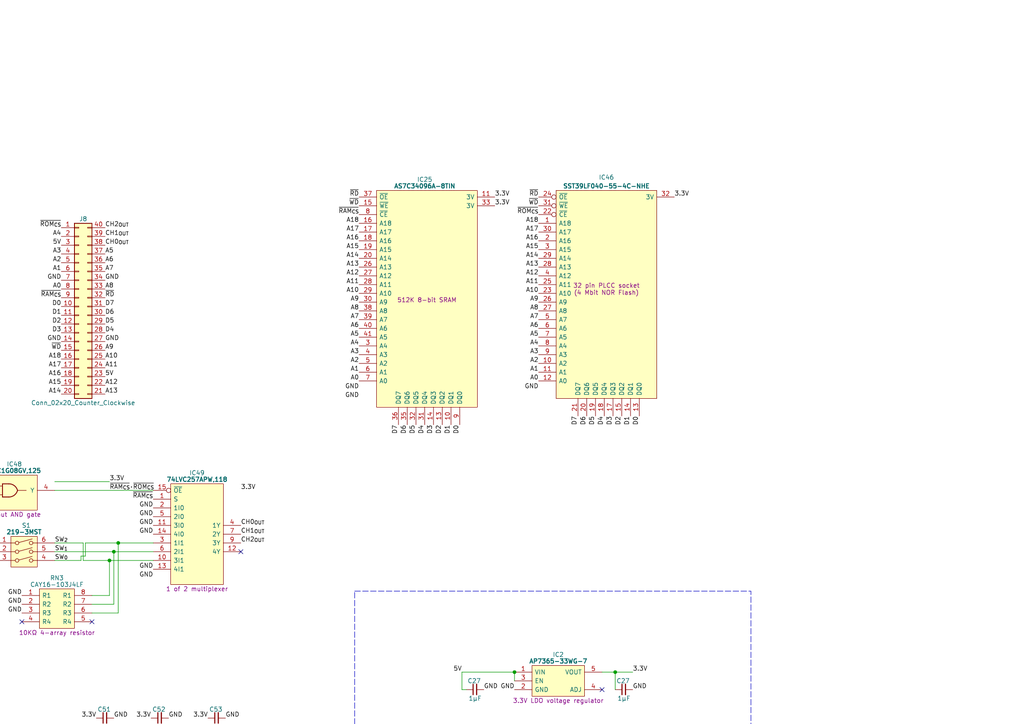
<source format=kicad_sch>
(kicad_sch (version 20230121) (generator eeschema)
  (paper "A4")
  (lib_symbols
    (symbol "Alliance:AS7C34096A-8TIN" (pin_names (offset 0.762))
      (property "Reference" "IC" (at 19.05 5.08 0))
      (property "Value" "AS7C34096A-8TIN" (at 19.05 3.175 0))
      (property "Description" "512K 8-bit SRAM" (at 19.685 -29.845 0))
      (symbol "AS7C34096A-8TIN_0_0"
        (pin no_connect line (at 39.37 -20.32 180) (length 5.08) hide (name "N.C.") (number "1"))
        (pin bidirectional line (at 26.67 -66.04 90) (length 5.08) (name "DQ1") (number "10"))
        (pin passive line (at 0 -55.88 0) (length 5.08) hide (name "GND") (number "12"))
        (pin bidirectional line (at 24.13 -66.04 90) (length 5.08) (name "DQ2") (number "13"))
        (pin bidirectional line (at 21.59 -66.04 90) (length 5.08) (name "DQ3") (number "14"))
        (pin input line (at 0 -2.54 0) (length 5.08) (name "~{WE}") (number "15"))
        (pin input line (at 0 -7.62 0) (length 5.08) (name "A18") (number "16"))
        (pin input line (at 0 -10.16 0) (length 5.08) (name "A17") (number "17"))
        (pin input line (at 0 -12.7 0) (length 5.08) (name "A16") (number "18"))
        (pin input line (at 0 -15.24 0) (length 5.08) (name "A15") (number "19"))
        (pin no_connect line (at 39.37 -22.86 180) (length 5.08) hide (name "N.C.") (number "2"))
        (pin input line (at 0 -17.78 0) (length 5.08) (name "A14") (number "20"))
        (pin no_connect line (at 39.37 -25.4 180) (length 5.08) hide (name "N.C.") (number "21"))
        (pin no_connect line (at 39.37 -27.94 180) (length 5.08) hide (name "N.C.") (number "22"))
        (pin no_connect line (at 39.37 -30.48 180) (length 5.08) hide (name "N.C.") (number "23"))
        (pin no_connect line (at 39.37 -33.02 180) (length 5.08) hide (name "N.C.") (number "24"))
        (pin no_connect line (at 39.37 -35.56 180) (length 5.08) hide (name "N.C.") (number "25"))
        (pin input line (at 0 -20.32 0) (length 5.08) (name "A13") (number "26"))
        (pin input line (at 0 -22.86 0) (length 5.08) (name "A12") (number "27"))
        (pin input line (at 0 -25.4 0) (length 5.08) (name "A11") (number "28"))
        (pin input line (at 0 -27.94 0) (length 5.08) (name "A10") (number "29"))
        (pin input line (at 0 -43.18 0) (length 5.08) (name "A4") (number "3"))
        (pin input line (at 0 -30.48 0) (length 5.08) (name "A9") (number "30"))
        (pin bidirectional line (at 19.05 -66.04 90) (length 5.08) (name "DQ4") (number "31"))
        (pin bidirectional line (at 16.51 -66.04 90) (length 5.08) (name "DQ5") (number "32"))
        (pin passive line (at 0 -58.42 0) (length 5.08) hide (name "GND") (number "34"))
        (pin bidirectional line (at 13.97 -66.04 90) (length 5.08) (name "DQ6") (number "35"))
        (pin bidirectional line (at 11.43 -66.04 90) (length 5.08) (name "DQ7") (number "36"))
        (pin input line (at 0 0 0) (length 5.08) (name "~{OE}") (number "37"))
        (pin input line (at 0 -33.02 0) (length 5.08) (name "A8") (number "38"))
        (pin input line (at 0 -35.56 0) (length 5.08) (name "A7") (number "39"))
        (pin input line (at 0 -45.72 0) (length 5.08) (name "A3") (number "4"))
        (pin input line (at 0 -38.1 0) (length 5.08) (name "A6") (number "40"))
        (pin input line (at 0 -40.64 0) (length 5.08) (name "A5") (number "41"))
        (pin no_connect line (at 39.37 -38.1 180) (length 5.08) hide (name "N.C.") (number "42"))
        (pin no_connect line (at 39.37 -40.64 180) (length 5.08) hide (name "N.C.") (number "43"))
        (pin no_connect line (at 39.37 -43.18 180) (length 5.08) hide (name "N.C.") (number "44"))
        (pin input line (at 0 -48.26 0) (length 5.08) (name "A2") (number "5"))
        (pin input line (at 0 -50.8 0) (length 5.08) (name "A1") (number "6"))
        (pin input line (at 0 -53.34 0) (length 5.08) (name "A0") (number "7"))
        (pin input line (at 0 -5.08 0) (length 5.08) (name "~{CE}") (number "8"))
        (pin bidirectional line (at 29.21 -66.04 90) (length 5.08) (name "DQ0") (number "9"))
      )
      (symbol "AS7C34096A-8TIN_0_1"
        (polyline (pts (xy 5.08 1.905) (xy 34.29 1.905) (xy 34.29 -60.96) (xy 5.08 -60.96) (xy 5.08 1.905)) (stroke (width 0.1524)) (fill (type background)))
      )
      (symbol "AS7C34096A-8TIN_1_1"
        (pin passive line (at 39.37 0 180) (length 5.08) (name "3V") (number "11"))
        (pin passive line (at 39.37 -2.54 180) (length 5.08) (name "3V") (number "33"))
      )
    )
    (symbol "Bourns:CAY16-103J4LF" (pin_names (offset 0.762))
      (property "Reference" "RN" (at 10.16 5.08 0))
      (property "Value" "CAY16-103J4LF" (at 10.16 3.175 0))
      (property "Description" "10KΩ 4-array resistor" (at 10.16 -10.795 0))
      (symbol "CAY16-103J4LF_0_0"
        (pin passive line (at 0 0 0) (length 5.08) (name "R1") (number "1"))
        (pin passive line (at 0 -2.54 0) (length 5.08) (name "R2") (number "2"))
        (pin passive line (at 0 -5.08 0) (length 5.08) (name "R3") (number "3"))
        (pin passive line (at 0 -7.62 0) (length 5.08) (name "R4") (number "4"))
        (pin passive line (at 20.32 -7.62 180) (length 5.08) (name "R4") (number "5"))
        (pin passive line (at 20.32 -5.08 180) (length 5.08) (name "R3") (number "6"))
        (pin passive line (at 20.32 -2.54 180) (length 5.08) (name "R2") (number "7"))
        (pin passive line (at 20.32 0 180) (length 5.08) (name "R1") (number "8"))
      )
      (symbol "CAY16-103J4LF_0_1"
        (polyline (pts (xy 5.08 1.905) (xy 15.24 1.905) (xy 15.24 -9.525) (xy 5.08 -9.525) (xy 5.08 1.905)) (stroke (width 0.1524)) (fill (type background)))
      )
    )
    (symbol "CTS:219-3MST" (pin_names (offset 0.762))
      (property "Reference" "S" (at 9.525 5.08 0))
      (property "Value" "219-3MST" (at 8.89 3.175 0))
      (symbol "219-3MST_0_0"
        (polyline (pts (xy 7.366 -4.953) (xy 11.2522 -3.9116)))
        (polyline (pts (xy 7.366 -2.413) (xy 11.2522 -1.3716)))
        (polyline (pts (xy 7.366 0.127) (xy 11.2522 1.1684)))
        (circle (center 6.858 -5.08) (radius 0.508))
        (circle (center 6.858 -2.54) (radius 0.508))
        (circle (center 6.858 0) (radius 0.508))
        (circle (center 10.922 -5.08) (radius 0.508))
        (circle (center 10.922 -2.54) (radius 0.508))
        (circle (center 10.922 0) (radius 0.508))
      )
      (symbol "219-3MST_1_0"
        (pin passive line (at 0 0 0) (length 6.35) (name "") (number "1"))
        (pin passive line (at 0 -2.54 0) (length 6.35) (name "") (number "2"))
        (pin passive line (at 0 -5.08 0) (length 6.35) (name "") (number "3"))
        (pin passive line (at 17.78 -5.08 180) (length 6.35) (name "") (number "4"))
        (pin passive line (at 17.78 -2.54 180) (length 6.35) (name "") (number "5"))
        (pin passive line (at 17.78 0 180) (length 6.35) (name "") (number "6"))
      )
      (symbol "219-3MST_1_1"
        (rectangle (start 5.08 1.905) (end 12.7 -6.985) (fill (type background)))
      )
    )
    (symbol "Connector_Generic:Conn_02x20_Counter_Clockwise" (pin_names (offset 1.016) hide)
      (property "Reference" "J" (at 1.27 25.4 0))
      (property "Value" "Conn_02x20_Counter_Clockwise" (at 1.27 -27.94 0))
      (symbol "Conn_02x20_Counter_Clockwise_1_1"
        (rectangle (start -1.27 -25.273) (end 0 -25.527) (stroke (width 0.1524)))
        (rectangle (start -1.27 -22.733) (end 0 -22.987) (stroke (width 0.1524)))
        (rectangle (start -1.27 -20.193) (end 0 -20.447) (stroke (width 0.1524)))
        (rectangle (start -1.27 -17.653) (end 0 -17.907) (stroke (width 0.1524)))
        (rectangle (start -1.27 -15.113) (end 0 -15.367) (stroke (width 0.1524)))
        (rectangle (start -1.27 -12.573) (end 0 -12.827) (stroke (width 0.1524)))
        (rectangle (start -1.27 -10.033) (end 0 -10.287) (stroke (width 0.1524)))
        (rectangle (start -1.27 -7.493) (end 0 -7.747) (stroke (width 0.1524)))
        (rectangle (start -1.27 -4.953) (end 0 -5.207) (stroke (width 0.1524)))
        (rectangle (start -1.27 -2.413) (end 0 -2.667) (stroke (width 0.1524)))
        (rectangle (start -1.27 0.127) (end 0 -0.127) (stroke (width 0.1524)))
        (rectangle (start -1.27 2.667) (end 0 2.413) (stroke (width 0.1524)))
        (rectangle (start -1.27 5.207) (end 0 4.953) (stroke (width 0.1524)))
        (rectangle (start -1.27 7.747) (end 0 7.493) (stroke (width 0.1524)))
        (rectangle (start -1.27 10.287) (end 0 10.033) (stroke (width 0.1524)))
        (rectangle (start -1.27 12.827) (end 0 12.573) (stroke (width 0.1524)))
        (rectangle (start -1.27 15.367) (end 0 15.113) (stroke (width 0.1524)))
        (rectangle (start -1.27 17.907) (end 0 17.653) (stroke (width 0.1524)))
        (rectangle (start -1.27 20.447) (end 0 20.193) (stroke (width 0.1524)))
        (rectangle (start -1.27 22.987) (end 0 22.733) (stroke (width 0.1524)))
        (rectangle (start -1.27 24.13) (end 3.81 -26.67) (stroke (width 0.254)) (fill (type background)))
        (rectangle (start 3.81 -25.273) (end 2.54 -25.527) (stroke (width 0.1524)))
        (rectangle (start 3.81 -22.733) (end 2.54 -22.987) (stroke (width 0.1524)))
        (rectangle (start 3.81 -20.193) (end 2.54 -20.447) (stroke (width 0.1524)))
        (rectangle (start 3.81 -17.653) (end 2.54 -17.907) (stroke (width 0.1524)))
        (rectangle (start 3.81 -15.113) (end 2.54 -15.367) (stroke (width 0.1524)))
        (rectangle (start 3.81 -12.573) (end 2.54 -12.827) (stroke (width 0.1524)))
        (rectangle (start 3.81 -10.033) (end 2.54 -10.287) (stroke (width 0.1524)))
        (rectangle (start 3.81 -7.493) (end 2.54 -7.747) (stroke (width 0.1524)))
        (rectangle (start 3.81 -4.953) (end 2.54 -5.207) (stroke (width 0.1524)))
        (rectangle (start 3.81 -2.413) (end 2.54 -2.667) (stroke (width 0.1524)))
        (rectangle (start 3.81 0.127) (end 2.54 -0.127) (stroke (width 0.1524)))
        (rectangle (start 3.81 2.667) (end 2.54 2.413) (stroke (width 0.1524)))
        (rectangle (start 3.81 5.207) (end 2.54 4.953) (stroke (width 0.1524)))
        (rectangle (start 3.81 7.747) (end 2.54 7.493) (stroke (width 0.1524)))
        (rectangle (start 3.81 10.287) (end 2.54 10.033) (stroke (width 0.1524)))
        (rectangle (start 3.81 12.827) (end 2.54 12.573) (stroke (width 0.1524)))
        (rectangle (start 3.81 15.367) (end 2.54 15.113) (stroke (width 0.1524)))
        (rectangle (start 3.81 17.907) (end 2.54 17.653) (stroke (width 0.1524)))
        (rectangle (start 3.81 20.447) (end 2.54 20.193) (stroke (width 0.1524)))
        (rectangle (start 3.81 22.987) (end 2.54 22.733) (stroke (width 0.1524)))
        (pin passive line (at -5.08 22.86 0) (length 3.81) (name "Pin_1") (number "1"))
        (pin passive line (at -5.08 0 0) (length 3.81) (name "Pin_10") (number "10"))
        (pin passive line (at -5.08 -2.54 0) (length 3.81) (name "Pin_11") (number "11"))
        (pin passive line (at -5.08 -5.08 0) (length 3.81) (name "Pin_12") (number "12"))
        (pin passive line (at -5.08 -7.62 0) (length 3.81) (name "Pin_13") (number "13"))
        (pin passive line (at -5.08 -10.16 0) (length 3.81) (name "Pin_14") (number "14"))
        (pin passive line (at -5.08 -12.7 0) (length 3.81) (name "Pin_15") (number "15"))
        (pin passive line (at -5.08 -15.24 0) (length 3.81) (name "Pin_16") (number "16"))
        (pin passive line (at -5.08 -17.78 0) (length 3.81) (name "Pin_17") (number "17"))
        (pin passive line (at -5.08 -20.32 0) (length 3.81) (name "Pin_18") (number "18"))
        (pin passive line (at -5.08 -22.86 0) (length 3.81) (name "Pin_19") (number "19"))
        (pin passive line (at -5.08 20.32 0) (length 3.81) (name "Pin_2") (number "2"))
        (pin passive line (at -5.08 -25.4 0) (length 3.81) (name "Pin_20") (number "20"))
        (pin passive line (at 7.62 -25.4 180) (length 3.81) (name "Pin_21") (number "21"))
        (pin passive line (at 7.62 -22.86 180) (length 3.81) (name "Pin_22") (number "22"))
        (pin passive line (at 7.62 -20.32 180) (length 3.81) (name "Pin_23") (number "23"))
        (pin passive line (at 7.62 -17.78 180) (length 3.81) (name "Pin_24") (number "24"))
        (pin passive line (at 7.62 -15.24 180) (length 3.81) (name "Pin_25") (number "25"))
        (pin passive line (at 7.62 -12.7 180) (length 3.81) (name "Pin_26") (number "26"))
        (pin passive line (at 7.62 -10.16 180) (length 3.81) (name "Pin_27") (number "27"))
        (pin passive line (at 7.62 -7.62 180) (length 3.81) (name "Pin_28") (number "28"))
        (pin passive line (at 7.62 -5.08 180) (length 3.81) (name "Pin_29") (number "29"))
        (pin passive line (at -5.08 17.78 0) (length 3.81) (name "Pin_3") (number "3"))
        (pin passive line (at 7.62 -2.54 180) (length 3.81) (name "Pin_30") (number "30"))
        (pin passive line (at 7.62 0 180) (length 3.81) (name "Pin_31") (number "31"))
        (pin passive line (at 7.62 2.54 180) (length 3.81) (name "Pin_32") (number "32"))
        (pin passive line (at 7.62 5.08 180) (length 3.81) (name "Pin_33") (number "33"))
        (pin passive line (at 7.62 7.62 180) (length 3.81) (name "Pin_34") (number "34"))
        (pin passive line (at 7.62 10.16 180) (length 3.81) (name "Pin_35") (number "35"))
        (pin passive line (at 7.62 12.7 180) (length 3.81) (name "Pin_36") (number "36"))
        (pin passive line (at 7.62 15.24 180) (length 3.81) (name "Pin_37") (number "37"))
        (pin passive line (at 7.62 17.78 180) (length 3.81) (name "Pin_38") (number "38"))
        (pin passive line (at 7.62 20.32 180) (length 3.81) (name "Pin_39") (number "39"))
        (pin passive line (at -5.08 15.24 0) (length 3.81) (name "Pin_4") (number "4"))
        (pin passive line (at 7.62 22.86 180) (length 3.81) (name "Pin_40") (number "40"))
        (pin passive line (at -5.08 12.7 0) (length 3.81) (name "Pin_5") (number "5"))
        (pin passive line (at -5.08 10.16 0) (length 3.81) (name "Pin_6") (number "6"))
        (pin passive line (at -5.08 7.62 0) (length 3.81) (name "Pin_7") (number "7"))
        (pin passive line (at -5.08 5.08 0) (length 3.81) (name "Pin_8") (number "8"))
        (pin passive line (at -5.08 2.54 0) (length 3.81) (name "Pin_9") (number "9"))
      )
    )
    (symbol "Diodes_Inc:AP7365-33WG-7" (pin_names (offset 0.762))
      (property "Reference" "IC" (at 12.7 5.08 0))
      (property "Value" "AP7365-33WG-7" (at 12.7 3.175 0))
      (property "Description" "3.3V LDO voltage regulator" (at 12.7 -8.255 0))
      (symbol "AP7365-33WG-7_0_0"
        (pin passive line (at 0 0 0) (length 5.08) (name "VIN") (number "1"))
        (pin passive line (at 0 -5.08 0) (length 5.08) (name "GND") (number "2"))
        (pin input line (at 0 -2.54 0) (length 5.08) (name "EN") (number "3"))
        (pin passive line (at 25.4 -5.08 180) (length 5.08) (name "ADJ") (number "4"))
        (pin passive line (at 25.4 0 180) (length 5.08) (name "VOUT") (number "5"))
      )
      (symbol "AP7365-33WG-7_0_1"
        (polyline (pts (xy 5.08 1.905) (xy 20.32 1.905) (xy 20.32 -6.985) (xy 5.08 -6.985) (xy 5.08 1.905)) (fill (type background)))
      )
    )
    (symbol "HCP65:C_0805" (pin_numbers hide) (pin_names (offset 0.254) hide)
      (property "Reference" "C" (at 2.286 2.54 0))
      (property "Value" "?μF" (at 2.54 -2.54 0))
      (symbol "C_0805_0_1"
        (polyline (pts (xy 1.9685 -1.4605) (xy 1.9685 1.5875)) (stroke (width 0.3048)))
        (polyline (pts (xy 2.9845 -1.4605) (xy 2.9845 1.5875)) (stroke (width 0.3302)))
      )
      (symbol "C_0805_1_1"
        (pin passive line (at 0 0 0) (length 2.032) (name "~") (number "1"))
        (pin passive line (at 5.08 0 180) (length 2.032) (name "~") (number "2"))
      )
    )
    (symbol "Microchip:SST39LF040-55-4C-NHE" (pin_names (offset 0.762))
      (property "Reference" "IC" (at 19.685 5.715 0))
      (property "Value" "SST39LF040-55-4C-NHE" (at 19.685 3.175 0))
      (property "Description" "32 pin PLCC socket\n(4 Mbit NOR Flash)" (at 19.685 -26.67 0))
      (symbol "SST39LF040-55-4C-NHE_0_1"
        (polyline (pts (xy 5.08 1.905) (xy 34.29 1.905) (xy 34.29 -58.42) (xy 5.08 -58.42) (xy 5.08 1.905)) (stroke (width 0.1524)) (fill (type background)))
      )
      (symbol "SST39LF040-55-4C-NHE_1_0"
        (pin passive line (at 0 -55.88 0) (length 5.08) hide (name "GND") (number "16"))
      )
      (symbol "SST39LF040-55-4C-NHE_1_1"
        (pin input line (at 0 -7.62 0) (length 5.08) (name "A18") (number "1"))
        (pin input line (at 0 -48.26 0) (length 5.08) (name "A2") (number "10"))
        (pin input line (at 0 -50.8 0) (length 5.08) (name "A1") (number "11"))
        (pin input line (at 0 -53.34 0) (length 5.08) (name "A0") (number "12"))
        (pin tri_state line (at 29.21 -63.5 90) (length 5.08) (name "DQ0") (number "13"))
        (pin tri_state line (at 26.67 -63.5 90) (length 5.08) (name "DQ1") (number "14"))
        (pin tri_state line (at 24.13 -63.5 90) (length 5.08) (name "DQ2") (number "15"))
        (pin tri_state line (at 21.59 -63.5 90) (length 5.08) (name "DQ3") (number "17"))
        (pin tri_state line (at 19.05 -63.5 90) (length 5.08) (name "DQ4") (number "18"))
        (pin tri_state line (at 16.51 -63.5 90) (length 5.08) (name "DQ5") (number "19"))
        (pin input line (at 0 -12.7 0) (length 5.08) (name "A16") (number "2"))
        (pin tri_state line (at 13.97 -63.5 90) (length 5.08) (name "DQ6") (number "20"))
        (pin tri_state line (at 11.43 -63.5 90) (length 5.08) (name "DQ7") (number "21"))
        (pin input inverted (at 0 -5.08 0) (length 5.08) (name "~{CE}") (number "22"))
        (pin input line (at 0 -27.94 0) (length 5.08) (name "A10") (number "23"))
        (pin input inverted (at 0 0 0) (length 5.08) (name "~{OE}") (number "24"))
        (pin input line (at 0 -25.4 0) (length 5.08) (name "A11") (number "25"))
        (pin input line (at 0 -30.48 0) (length 5.08) (name "A9") (number "26"))
        (pin input line (at 0 -33.02 0) (length 5.08) (name "A8") (number "27"))
        (pin input line (at 0 -20.32 0) (length 5.08) (name "A13") (number "28"))
        (pin input line (at 0 -17.78 0) (length 5.08) (name "A14") (number "29"))
        (pin input line (at 0 -15.24 0) (length 5.08) (name "A15") (number "3"))
        (pin input line (at 0 -10.16 0) (length 5.08) (name "A17") (number "30"))
        (pin input inverted (at 0 -2.54 0) (length 5.08) (name "~{WE}") (number "31"))
        (pin passive line (at 39.37 0 180) (length 5.08) (name "3V") (number "32"))
        (pin input line (at 0 -22.86 0) (length 5.08) (name "A12") (number "4"))
        (pin input line (at 0 -35.56 0) (length 5.08) (name "A7") (number "5"))
        (pin input line (at 0 -38.1 0) (length 5.08) (name "A6") (number "6"))
        (pin input line (at 0 -40.64 0) (length 5.08) (name "A5") (number "7"))
        (pin input line (at 0 -43.18 0) (length 5.08) (name "A4") (number "8"))
        (pin input line (at 0 -45.72 0) (length 5.08) (name "A3") (number "9"))
      )
    )
    (symbol "Nexperia:74LVC1G08GV,125" (pin_names (offset 0.762))
      (property "Reference" "IC" (at 11.43 5.715 0))
      (property "Value" "74LVC1G08GV,125" (at 12.7 3.81 0))
      (property "Description" "2-input AND gate" (at 12.7 -8.89 0))
      (symbol "74LVC1G08GV,125_0_0"
        (pin input line (at 0 -3.175 0) (length 5.08) (name "B") (number "1"))
        (pin input line (at 0 -0.635 0) (length 5.08) (name "A") (number "2"))
        (pin passive line (at 0 -5.715 0) (length 5.08) hide (name "GND") (number "3"))
        (pin output line (at 25.4 -1.905 180) (length 5.08) (name "Y") (number "4"))
        (pin passive line (at 25.4 0.635 180) (length 5.08) hide (name "3V") (number "5"))
      )
      (symbol "74LVC1G08GV,125_0_1"
        (polyline (pts (xy 8.89 -3.175) (xy 10.1599 -3.175)))
        (polyline (pts (xy 8.89 -0.635) (xy 10.1599 -0.635)))
        (polyline (pts (xy 10.248 0) (xy 10.248 -3.81)) (stroke (width 0.254)) (fill (type background)))
        (polyline (pts (xy 12.065 -3.81) (xy 10.248 -3.81)) (stroke (width 0.254)) (fill (type background)))
        (polyline (pts (xy 12.065 0) (xy 10.248 0)) (stroke (width 0.254)) (fill (type background)))
        (polyline (pts (xy 14.605 -1.905) (xy 17.145 -1.905)))
        (polyline (pts (xy 5.08 2.54) (xy 20.32 2.54) (xy 20.32 -7.62) (xy 5.08 -7.62) (xy 5.08 2.54)) (stroke (width 0.1524)) (fill (type background)))
        (arc (start 12.065 -3.81) (mid 13.6634 -3.2954) (end 14.605 -1.905) (stroke (width 0.254)))
        (arc (start 14.605 -1.905) (mid 13.6641 -0.5137) (end 12.065 0) (stroke (width 0.254)))
      )
    )
    (symbol "Nexperia:74LVC257APW,118" (pin_names (offset 0.762))
      (property "Reference" "IC" (at 12.7 5.08 0))
      (property "Value" "74LVC257APW,118" (at 12.7 3.175 0))
      (property "Description" "1 of 2 multiplexer" (at 12.7 -28.575 0))
      (symbol "74LVC257APW,118_0_0"
        (pin input line (at 0 -2.54 0) (length 5.08) (name "S") (number "1"))
        (pin input line (at 0 -20.32 0) (length 5.08) (name "3I1") (number "10"))
        (pin input line (at 0 -10.16 0) (length 5.08) (name "3I0") (number "11"))
        (pin output line (at 25.4 -17.78 180) (length 5.08) (name "4Y") (number "12"))
        (pin input line (at 0 -22.86 0) (length 5.08) (name "4I1") (number "13"))
        (pin input line (at 0 -12.7 0) (length 5.08) (name "4I0") (number "14"))
        (pin passive line (at 25.4 0 180) (length 5.08) hide (name "3V") (number "16"))
        (pin input line (at 0 -5.08 0) (length 5.08) (name "1I0") (number "2"))
        (pin input line (at 0 -15.24 0) (length 5.08) (name "1I1") (number "3"))
        (pin output line (at 25.4 -10.16 180) (length 5.08) (name "1Y") (number "4"))
        (pin input line (at 0 -7.62 0) (length 5.08) (name "2I0") (number "5"))
        (pin input line (at 0 -17.78 0) (length 5.08) (name "2I1") (number "6"))
        (pin output line (at 25.4 -12.7 180) (length 5.08) (name "2Y") (number "7"))
        (pin passive line (at 0 -25.4 0) (length 5.08) hide (name "GND") (number "8"))
        (pin output line (at 25.4 -15.24 180) (length 5.08) (name "3Y") (number "9"))
      )
      (symbol "74LVC257APW,118_0_1"
        (polyline (pts (xy 5.08 1.905) (xy 20.32 1.905) (xy 20.32 -27.305) (xy 5.08 -27.305) (xy 5.08 1.905)) (stroke (width 0.1524)) (fill (type background)))
      )
      (symbol "74LVC257APW,118_1_0"
        (pin input inverted (at 0 0 0) (length 5.08) (name "~{OE}") (number "15"))
      )
    )
  )
  (junction (at 149.225 194.945))
  (junction (at 34.29 157.48))
  (junction (at 33.02 160.02))
  (junction (at 178.435 194.945))
  (junction (at 31.75 162.56))
  (no_connect (at 26.67 180.34))
  (no_connect (at 6.35 180.34))
  (no_connect (at 69.85 160.02))
  (no_connect (at 174.625 200.025))
  (wire (pts (xy 24.13 162.56) (xy 24.13 157.48)))
  (wire (pts (xy 133.985 194.945) (xy 149.225 194.945)))
  (wire (pts (xy 15.875 139.7) (xy 31.75 139.7)))
  (wire (pts (xy 24.765 161.29) (xy 23.495 161.29)))
  (wire (pts (xy 34.29 157.48) (xy 44.45 157.48)))
  (wire (pts (xy 15.875 142.24) (xy 44.45 142.24)))
  (wire (pts (xy 24.13 157.48) (xy 15.875 157.48)))
  (wire (pts (xy 31.75 162.56) (xy 44.45 162.56)))
  (wire (pts (xy 31.75 162.56) (xy 24.13 162.56)))
  (wire (pts (xy 33.02 160.02) (xy 33.02 175.26)))
  (wire (pts (xy 15.875 160.02) (xy 33.02 160.02)))
  (wire (pts (xy 34.29 157.48) (xy 34.29 177.8)))
  (wire (pts (xy 149.225 194.945) (xy 149.225 197.485)))
  (wire (pts (xy 31.75 162.56) (xy 31.75 172.72)))
  (wire (pts (xy 178.435 194.945) (xy 183.515 194.945)))
  (wire (pts (xy 133.985 194.945) (xy 133.985 200.025)))
  (wire (pts (xy 178.435 200.025) (xy 178.435 194.945)))
  (wire (pts (xy 174.625 194.945) (xy 178.435 194.945)))
  (wire (pts (xy 23.495 161.29) (xy 23.495 162.56)))
  (wire (pts (xy 26.67 175.26) (xy 33.02 175.26)))
  (wire (pts (xy 23.495 162.56) (xy 15.875 162.56)))
  (wire (pts (xy 133.985 200.025) (xy 135.255 200.025)))
  (wire (pts (xy 26.67 177.8) (xy 34.29 177.8)))
  (wire (pts (xy 24.765 157.48) (xy 24.765 161.29)))
  (wire (pts (xy 26.67 172.72) (xy 31.75 172.72)))
  (wire (pts (xy 34.29 157.48) (xy 24.765 157.48)))
  (wire (pts (xy 33.02 160.02) (xy 44.45 160.02)))
  (rectangle (start 102.87 171.45) (end 217.805 226.695) (stroke (width 0) (type dash)))
  (text "Power" (at 105.41 223.52 0) (effects (font (size 2.54 2.54) (thickness 0.508) bold) (justify left bottom)))
  (label "D0" (at 185.42 120.65 270))
  (label "~{RD}" (at 156.21 57.15 180))
  (label "A10" (at 30.48 104.14 0))
  (label "A10" (at 104.14 85.09 180))
  (label "A9" (at 156.21 87.63 180))
  (label "A6" (at 156.21 95.25 180))
  (label "A12" (at 156.21 80.01 180))
  (label "A15" (at 17.78 111.76 180))
  (label "GND" (at 44.45 154.94 180))
  (label "A10" (at 156.21 85.09 180))
  (label "A17" (at 156.21 67.31 180))
  (label "A1" (at 156.21 107.95 180))
  (label "A4" (at 156.21 100.33 180))
  (label "SW_{1}" (at 15.875 160.02 0))
  (label "GND" (at 44.45 152.4 180))
  (label "GND" (at 44.45 147.32 180))
  (label "D7" (at 167.64 120.65 270))
  (label "3.3V" (at 43.815 217.805 180))
  (label "CH2_{OUT}" (at 69.85 157.48 0))
  (label "CH1_{OUT}" (at 69.85 154.94 0))
  (label "A0" (at 156.21 110.49 180))
  (label "A12" (at 30.48 111.76 0))
  (label "D5" (at 172.72 120.65 270))
  (label "D0" (at 17.78 88.9 180))
  (label "D2" (at 180.34 120.65 270))
  (label "GND" (at 17.78 81.28 180))
  (label "3.3V" (at -1.905 162.56 180))
  (label "D2" (at 17.78 93.98 180))
  (label "A16" (at 104.14 69.85 180))
  (label "~{ROM_{CS}}" (at 156.21 62.23 180))
  (label "~{RD}" (at 104.14 57.15 180))
  (label "3.3V" (at 27.94 208.28 180))
  (label "D3" (at 17.78 96.52 180))
  (label "A13" (at 156.21 77.47 180))
  (label "A6" (at 30.48 76.2 0))
  (label "D3" (at 177.8 120.65 270))
  (label "3.3V" (at 143.51 59.69 0))
  (label "GND" (at 104.14 113.03 180))
  (label "D3" (at 125.73 123.19 270))
  (label "A7" (at 30.48 78.74 0))
  (label "A4" (at 104.14 100.33 180))
  (label "5V" (at 17.78 71.12 180))
  (label "D7" (at 30.48 88.9 0))
  (label "A5" (at 156.21 97.79 180))
  (label "3.3V" (at 43.815 208.28 180))
  (label "~{WD}" (at 104.14 59.69 180))
  (label "GND" (at 44.45 149.86 180))
  (label "GND" (at 183.515 200.025 0))
  (label "GND" (at 48.895 217.805 0))
  (label "A18" (at 17.78 104.14 180))
  (label "A2" (at 156.21 105.41 180))
  (label "A7" (at 104.14 92.71 180))
  (label "~{RAM_{CS}}" (at -9.525 140.97 180))
  (label "A16" (at 156.21 69.85 180))
  (label "GND" (at 44.45 167.64 180))
  (label "GND" (at 149.225 200.025 180))
  (label "A15" (at 156.21 72.39 180))
  (label "CH0_{OUT}" (at 69.85 152.4 0))
  (label "A14" (at 156.21 74.93 180))
  (label "A3" (at 156.21 102.87 180))
  (label "A15" (at 104.14 72.39 180))
  (label "A16" (at 17.78 109.22 180))
  (label "A11" (at 104.14 82.55 180))
  (label "D0" (at 133.35 123.19 270))
  (label "D5" (at 30.48 93.98 0))
  (label "D7" (at 115.57 123.19 270))
  (label "5V" (at 133.985 194.945 180))
  (label "D6" (at 30.48 91.44 0))
  (label "5V" (at 30.48 109.22 0))
  (label "A17" (at 104.14 67.31 180))
  (label "A11" (at 30.48 106.68 0))
  (label "A1" (at 104.14 107.95 180))
  (label "3.3V" (at 60.325 217.805 180))
  (label "GND" (at 156.21 113.03 180))
  (label "A1" (at 17.78 78.74 180))
  (label "GND" (at 48.895 208.28 0))
  (label "A4" (at 17.78 68.58 180))
  (label "A7" (at 156.21 92.71 180))
  (label "A9" (at 104.14 87.63 180))
  (label "GND" (at 30.48 99.06 0))
  (label "A14" (at 17.78 114.3 180))
  (label "D2" (at 128.27 123.19 270))
  (label "CH2_{OUT}" (at 30.48 66.04 0))
  (label "GND" (at 44.45 165.1 180))
  (label "3.3V" (at -1.905 157.48 180))
  (label "3.3V" (at -1.905 160.02 180))
  (label "GND" (at -9.525 146.05 180))
  (label "D1" (at 130.81 123.19 270))
  (label "GND" (at 33.02 208.28 0))
  (label "SW_{0}" (at 15.875 162.56 0))
  (label "SW_{2}" (at 15.875 157.48 0))
  (label "GND" (at 6.35 177.8 180))
  (label "A18" (at 104.14 64.77 180))
  (label "GND" (at 30.48 81.28 0))
  (label "A11" (at 156.21 82.55 180))
  (label "GND" (at 6.35 172.72 180))
  (label "A6" (at 104.14 95.25 180))
  (label "A8" (at 30.48 83.82 0))
  (label "A5" (at 30.48 73.66 0))
  (label "A13" (at 30.48 114.3 0))
  (label "GND" (at 65.405 208.28 0))
  (label "~{WD}" (at 156.21 59.69 180))
  (label "D1" (at 17.78 91.44 180))
  (label "A0" (at 17.78 83.82 180))
  (label "A3" (at 17.78 73.66 180))
  (label "3.3V" (at 183.515 194.945 0))
  (label "A2" (at 104.14 105.41 180))
  (label "3.3V" (at 143.51 57.15 0))
  (label "A17" (at 17.78 106.68 180))
  (label "CH1_{OUT}" (at 30.48 68.58 0))
  (label "~{RAM_{CS}}" (at 44.45 144.78 180))
  (label "A12" (at 104.14 80.01 180))
  (label "D4" (at 175.26 120.65 270))
  (label "D6" (at 170.18 120.65 270))
  (label "~{ROM_{CS}}" (at -9.525 143.51 180))
  (label "D4" (at 30.48 96.52 0))
  (label "3.3V" (at 195.58 57.15 0))
  (label "~{RAM_{CS}}" (at 104.14 62.23 180))
  (label "~{RAM_{CS}}·~{ROM_{CS}}" (at 31.75 142.24 0))
  (label "A14" (at 104.14 74.93 180))
  (label "D5" (at 120.65 123.19 270))
  (label "A9" (at 30.48 101.6 0))
  (label "A3" (at 104.14 102.87 180))
  (label "3.3V" (at 69.85 142.24 0))
  (label "CH0_{OUT}" (at 30.48 71.12 0))
  (label "~{RD}" (at 30.48 86.36 0))
  (label "A8" (at 104.14 90.17 180))
  (label "~{WD}" (at 17.78 101.6 180))
  (label "A13" (at 104.14 77.47 180))
  (label "GND" (at 65.405 217.805 0))
  (label "GND" (at 17.78 99.06 180))
  (label "GND" (at 6.35 175.26 180))
  (label "D1" (at 182.88 120.65 270))
  (label "A5" (at 104.14 97.79 180))
  (label "A8" (at 156.21 90.17 180))
  (label "GND" (at 140.335 200.025 0))
  (label "3.3V" (at 31.75 139.7 0))
  (label "A0" (at 104.14 110.49 180))
  (label "~{ROM_{CS}}" (at 17.78 66.04 180))
  (label "D6" (at 118.11 123.19 270))
  (label "A2" (at 17.78 76.2 180))
  (label "~{RAM_{CS}}" (at 17.78 86.36 180))
  (label "D4" (at 123.19 123.19 270))
  (label "A18" (at 156.21 64.77 180))
  (label "GND" (at 104.14 115.57 180))
  (label "3.3V" (at 60.325 208.28 180))
  (symbol (lib_id "HCP65:C_0805") (at 178.435 200.025 0) (unit 1)
    (property "Reference" "C27" (at 180.721 197.485 0))
    (property "Value" "1μF" (at 180.975 202.565 0))
    (property "Footprint" "SamacSys_Parts:C_0805" (effects hide))
    (instances (project "Pico Sound" (path "" (reference "C27") (unit 1))) (project "MPU Breakout" (path "" (reference "C7") (unit 1)) (path "" (reference "C42") (unit 1)) (path "" (reference "C46") (unit 1)) (path "" (reference "C50") (unit 1))))
  )
  (symbol (lib_id "HCP65:C_0805") (at 43.815 208.28 0) (unit 1)
    (property "Reference" "C52" (at 46.101 205.74 0))
    (property "Value" "1μF" (at 46.355 210.82 0))
    (property "Footprint" "SamacSys_Parts:C_0805" (effects hide))
  )
  (symbol (lib_id "HCP65:C_0805") (at 135.255 200.025 0) (unit 1)
    (property "Reference" "C27" (at 137.541 197.485 0))
    (property "Value" "1μF" (at 137.795 202.565 0))
    (property "Footprint" "SamacSys_Parts:C_0805" (effects hide))
    (instances (project "Pico Sound" (path "" (reference "C27") (unit 1))) (project "MPU Breakout" (path "" (reference "C7") (unit 1)) (path "" (reference "C41") (unit 1)) (path "" (reference "C45") (unit 1)) (path "" (reference "C49") (unit 1))))
  )
  (symbol (lib_id "HCP65:C_0805") (at 27.94 208.28 0) (unit 1)
    (property "Reference" "C51" (at 30.226 205.74 0))
    (property "Value" "1μF" (at 30.48 210.82 0))
    (property "Footprint" "SamacSys_Parts:C_0805" (effects hide))
  )
  (symbol (lib_id "Nexperia:74LVC1G08GV,125") (at -9.525 140.335 0) (unit 1)
    (property "Reference" "IC48" (at 1.905 134.62 0) (effects (justify left)))
    (property "Value" "74LVC1G08GV,125" (at 3.175 136.525 0) (effects (font bold)))
    (property "Footprint" "SOT95P275X110-5N" (effects hide))
    (property "Datasheet" "https://assets.nexperia.com/documents/data-sheet/74LVC1G08.pdf" (effects hide))
    (property "Description" "2-input AND gate" (at 3.175 149.225 0))
    (property "Height" "1.1" (effects hide))
    (property "Manufacturer_Name" "Nexperia" (effects hide))
    (property "Manufacturer_Part_Number" "74LVC1G08GV,125" (effects hide))
    (property "Mouser Part Number" "771-74LVC1G08GV" (effects hide))
    (property "Mouser Price/Stock" "https://www.mouser.co.uk/ProductDetail/Nexperia/74LVC1G08GV125?qs=me8TqzrmIYXEnurJEPZc7A%3D%3D" (effects hide))
    (property "Arrow Part Number" "74LVC1G08GV,125" (effects hide))
    (property "Arrow Price/Stock" "https://www.arrow.com/en/products/74lvc1g08gv125/nexperia" (effects hide))
    (property "Silkscreen" "'1G08" (effects hide))
  )
  (symbol (lib_id "Microchip:SST39LF040-55-4C-NHE") (at 156.21 57.15 0) (unit 1)
    (property "Reference" "IC46" (at 175.895 51.435 0))
    (property "Value" "SST39LF040-55-4C-NHE" (at 175.895 53.975 0) (effects (font bold)))
    (property "Footprint" "5408803224008" (effects hide))
    (property "Description" "32 pin PLCC socket\n(4 Mbit NOR Flash)" (at 175.895 83.82 0))
    (property "Height" "8.2" (effects hide))
    (property "Manufacturer_Name" "Microchip" (effects hide))
    (property "Manufacturer_Part_Number" "SST39LF040-55-4C-NHE" (effects hide))
    (property "Silkscreen" "SST39LF040-55" (effects hide))
  )
  (symbol (lib_id "Connector_Generic:Conn_02x20_Counter_Clockwise") (at 22.86 88.9 0) (unit 1)
    (property "Reference" "J8" (at 24.13 63.5 0))
    (property "Value" "Conn_02x20_Counter_Clockwise" (at 24.13 116.84 0))
    (property "Footprint" "SamacSys_Parts:DIP-40_Board_W22.86mm" (effects hide))
  )
  (symbol (lib_id "HCP65:C_0805") (at 60.325 217.805 0) (unit 1)
    (property "Reference" "C55" (at 62.611 215.265 0))
    (property "Value" "1μF" (at 62.865 220.345 0))
    (property "Footprint" "SamacSys_Parts:C_0805" (effects hide))
  )
  (symbol (lib_id "Nexperia:74LVC257APW,118") (at 44.45 142.24 0) (unit 1)
    (property "Reference" "IC49" (at 57.15 137.16 0))
    (property "Value" "74LVC257APW,118" (at 57.15 139.065 0) (effects (font bold)))
    (property "Footprint" "SOP65P640X110-16N" (effects hide))
    (property "Description" "1 of 2 multiplexer" (at 57.15 170.815 0))
    (property "Height" "1.1" (effects hide))
    (property "Mouser Part Number" "771-74LVC257APW-T" (effects hide))
    (property "Manufacturer_Name" "Nexperia" (effects hide))
    (property "Manufacturer_Part_Number" "74LVC257APW,118" (effects hide))
    (property "Silkscreen" "74LVC257" (effects hide))
  )
  (symbol (lib_id "HCP65:C_0805") (at 60.325 208.28 0) (unit 1)
    (property "Reference" "C53" (at 62.611 205.74 0))
    (property "Value" "1μF" (at 62.865 210.82 0))
    (property "Footprint" "SamacSys_Parts:C_0805" (effects hide))
  )
  (symbol (lib_id "Diodes_Inc:AP7365-33WG-7") (at 149.225 194.945 0) (unit 1)
    (property "Reference" "IC2" (at 161.925 189.865 0))
    (property "Value" "AP7365-33WG-7" (at 161.925 191.77 0) (effects (font bold)))
    (property "Footprint" "SOT95P285X130-5N" (effects hide))
    (property "Datasheet" "https://componentsearchengine.com/Datasheets/1/AP7365-33WG-7.pdf" (effects hide))
    (property "Description" "3.3V LDO voltage regulator" (at 161.925 203.2 0))
    (property "Height" "1.3" (effects hide))
    (property "Manufacturer_Name" "Diodes Inc." (effects hide))
    (property "Manufacturer_Part_Number" "AP7365-33WG-7" (effects hide))
    (property "Mouser Part Number" "621-AP7365-33WG-7" (effects hide))
    (property "Mouser Price/Stock" "https://www.mouser.co.uk/ProductDetail/Diodes-Incorporated/AP7365-33WG-7?qs=abZ1nkZpTuOZFvxvoFPL0w%3D%3D" (effects hide))
    (property "Arrow Part Number" "AP7365-33WG-7" (effects hide))
    (property "Arrow Price/Stock" "https://www.arrow.com/en/products/ap7365-33wg-7/diodes-incorporated?region=nac" (effects hide))
    (property "Silkscreen" "AP7365" (effects hide))
    (instances (project "Pico Sound" (path "" (reference "IC2") (unit 1))) (project "MPU Breakout" (path "" (reference "IC7") (unit 1)) (path "" (reference "IC36") (unit 1)) (path "" (reference "IC42") (unit 1)) (path "" (reference "IC45") (unit 1))))
  )
  (symbol (lib_id "CTS:219-3MST") (at -1.905 157.48 0) (unit 1)
    (property "Reference" "S1" (at 7.62 152.4 0))
    (property "Value" "219-3MST" (at 6.985 154.305 0) (effects (font bold)))
    (property "Footprint" "SamacSys_Parts:SOIC127P844X265-6N" (effects hide))
    (property "Datasheet" "https://www.ctscorp.com/wp-content/uploads/218.pdf" (effects hide))
    (property "Description" "Half Pitch, SMD DIP Switch" (effects hide))
    (property "Height" "2.65" (effects hide))
    (property "Manufacturer_Name" "CTS" (effects hide))
    (property "Manufacturer_Part_Number" "218-6LPST" (effects hide))
    (property "Mouser Part Number" "774-2186LPST" (effects hide))
    (property "Mouser Price/Stock" "https://www.mouser.co.uk/ProductDetail/CTS-Electronic-Components/218-6LPST?qs=qNzHFtQhdJ%2FrWBM2PHyKnQ%3D%3D" (effects hide))
    (property "Silkscreen" "219-3MST" (effects hide))
  )
  (symbol (lib_id "Bourns:CAY16-103J4LF") (at 6.35 172.72 0) (unit 1)
    (property "Reference" "RN3" (at 16.51 167.64 0))
    (property "Value" "CAY16-103J4LF" (at 16.51 169.545 0))
    (property "Footprint" "SamacSys_Parts:CAY16-J4" (effects hide))
    (property "Datasheet" "https://www.bourns.com/pdfs/CATCAY.pdf" (effects hide))
    (property "Description" "10KΩ 4-array resistor" (at 16.51 183.515 0))
    (property "Manufacturer_Name" "Bourns" (effects hide))
    (property "Manufacturer_Part_Number" "CAY16-103J4LF\n" (effects hide))
    (property "Mouser Part Number" "652-CAY16-103J4LF" (effects hide))
    (property "Mouser Price/Stock" "https://www.mouser.co.uk/ProductDetail/Bourns/CAY16-472J4LF?qs=vjljXApjgZXDWSqaYW6%252BOA%3D%3D" (effects hide))
    (property "Silkscreen" "10KΩ" (effects hide))
  )
  (symbol (lib_id "HCP65:C_0805") (at 43.815 217.805 0) (unit 1)
    (property "Reference" "C54" (at 46.101 215.265 0))
    (property "Value" "1μF" (at 46.355 220.345 0))
    (property "Footprint" "SamacSys_Parts:C_0805" (effects hide))
  )
  (symbol (lib_id "Alliance:AS7C34096A-8TIN") (at 104.14 57.15 0) (unit 1)
    (property "Reference" "IC25" (at 123.19 52.07 0))
    (property "Value" "AS7C34096A-8TIN" (at 123.19 53.975 0) (effects (font bold)))
    (property "Footprint" "SOP80P1176X120-44N" (effects hide))
    (property "Datasheet" "https://www.alliancememory.com/wp-content/uploads/pdf/sram/fa/AS7C34096A-8TINrev1.3.pdf" (effects hide))
    (property "Description" "512K 8-bit SRAM" (at 123.825 86.995 0))
    (property "Height" "1.2" (effects hide))
    (property "Manufacturer_Name" "Alliance Memory" (effects hide))
    (property "Manufacturer_Part_Number" "AS7C34096A-8TIN" (effects hide))
    (property "Mouser Part Number" "913-AS7C34096A-8TIN" (effects hide))
    (property "Mouser Price/Stock" "https://www.mouser.co.uk/ProductDetail/Alliance-Memory/AS7C34096A-8TIN?qs=iyLo5FA4poBS8QHXJOzn5g%3D%3D" (effects hide))
  )
)
</source>
